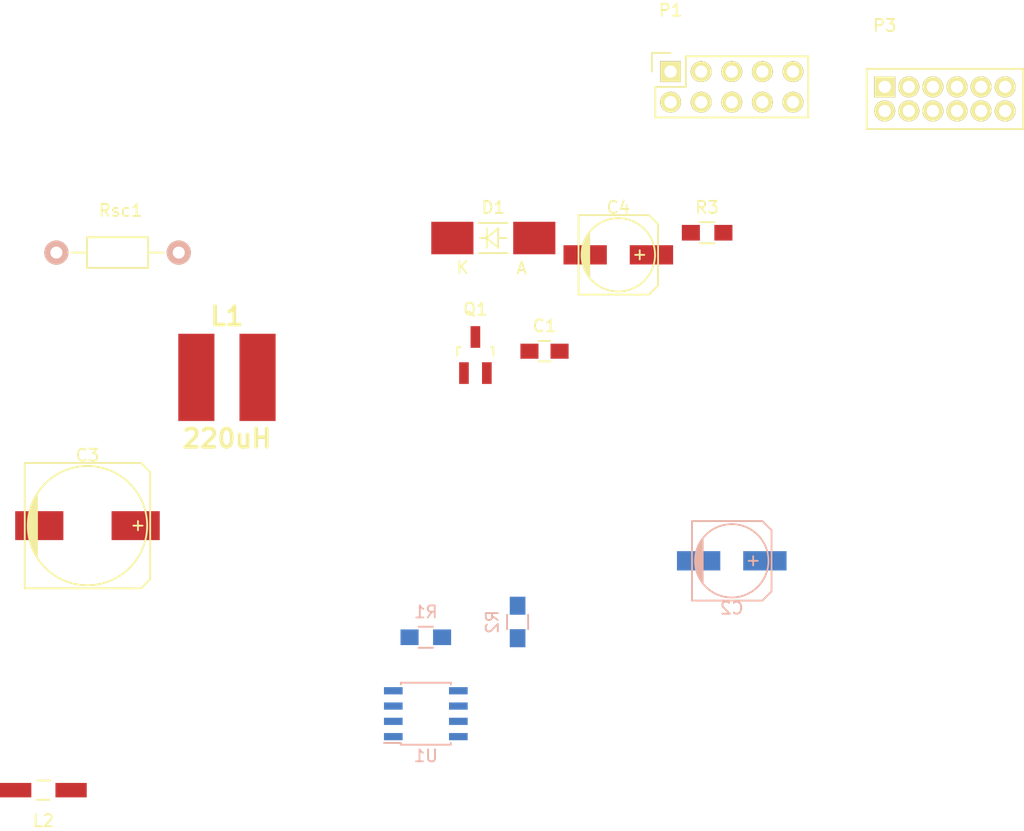
<source format=kicad_pcb>
(kicad_pcb (version 4) (host pcbnew "(2015-07-14 BZR 5938)-product")

  (general
    (links 29)
    (no_connects 29)
    (area 0 0 0 0)
    (thickness 1.6)
    (drawings 0)
    (tracks 0)
    (zones 0)
    (modules 15)
    (nets 11)
  )

  (page A4)
  (layers
    (0 F.Cu signal)
    (31 B.Cu signal)
    (32 B.Adhes user)
    (33 F.Adhes user)
    (34 B.Paste user)
    (35 F.Paste user)
    (36 B.SilkS user)
    (37 F.SilkS user)
    (38 B.Mask user)
    (39 F.Mask user)
    (40 Dwgs.User user)
    (41 Cmts.User user)
    (42 Eco1.User user)
    (43 Eco2.User user)
    (44 Edge.Cuts user)
    (45 Margin user)
    (46 B.CrtYd user)
    (47 F.CrtYd user)
    (48 B.Fab user)
    (49 F.Fab user)
  )

  (setup
    (last_trace_width 0.25)
    (trace_clearance 0.2)
    (zone_clearance 0.508)
    (zone_45_only no)
    (trace_min 0.2)
    (segment_width 0.2)
    (edge_width 0.1)
    (via_size 0.6)
    (via_drill 0.4)
    (via_min_size 0.4)
    (via_min_drill 0.3)
    (uvia_size 0.3)
    (uvia_drill 0.1)
    (uvias_allowed no)
    (uvia_min_size 0.2)
    (uvia_min_drill 0.1)
    (pcb_text_width 0.3)
    (pcb_text_size 1.5 1.5)
    (mod_edge_width 0.15)
    (mod_text_size 1 1)
    (mod_text_width 0.15)
    (pad_size 1.5 1.5)
    (pad_drill 0.6)
    (pad_to_mask_clearance 0)
    (aux_axis_origin 0 0)
    (visible_elements FFFFFF7F)
    (pcbplotparams
      (layerselection 0x00030_80000001)
      (usegerberextensions false)
      (excludeedgelayer true)
      (linewidth 0.100000)
      (plotframeref false)
      (viasonmask false)
      (mode 1)
      (useauxorigin false)
      (hpglpennumber 1)
      (hpglpenspeed 20)
      (hpglpendiameter 15)
      (hpglpenoverlay 2)
      (psnegative false)
      (psa4output false)
      (plotreference true)
      (plotvalue true)
      (plotinvisibletext false)
      (padsonsilk false)
      (subtractmaskfromsilk false)
      (outputformat 1)
      (mirror false)
      (drillshape 1)
      (scaleselection 1)
      (outputdirectory ""))
  )

  (net 0 "")
  (net 1 "Net-(C1-Pad1)")
  (net 2 GND)
  (net 3 +BATT)
  (net 4 "Net-(C3-Pad1)")
  (net 5 +3V3)
  (net 6 "Net-(D1-Pad1)")
  (net 7 /TX_OUT)
  (net 8 /TX_IN)
  (net 9 "Net-(R1-Pad1)")
  (net 10 "Net-(Rsc1-Pad2)")

  (net_class Default "This is the default net class."
    (clearance 0.2)
    (trace_width 0.25)
    (via_dia 0.6)
    (via_drill 0.4)
    (uvia_dia 0.3)
    (uvia_drill 0.1)
    (add_net +3V3)
    (add_net +BATT)
    (add_net /TX_IN)
    (add_net /TX_OUT)
    (add_net GND)
    (add_net "Net-(C1-Pad1)")
    (add_net "Net-(C3-Pad1)")
    (add_net "Net-(D1-Pad1)")
    (add_net "Net-(R1-Pad1)")
    (add_net "Net-(Rsc1-Pad2)")
  )

  (module Capacitors_SMD:C_0805_HandSoldering (layer F.Cu) (tedit 541A9B8D) (tstamp 55AAC343)
    (at 176.224524 85.455)
    (descr "Capacitor SMD 0805, hand soldering")
    (tags "capacitor 0805")
    (path /559E8F55)
    (attr smd)
    (fp_text reference C1 (at 0 -2.1) (layer F.SilkS)
      (effects (font (size 1 1) (thickness 0.15)))
    )
    (fp_text value 470pF (at 0 2.1) (layer F.Fab)
      (effects (font (size 1 1) (thickness 0.15)))
    )
    (fp_line (start -2.3 -1) (end 2.3 -1) (layer F.CrtYd) (width 0.05))
    (fp_line (start -2.3 1) (end 2.3 1) (layer F.CrtYd) (width 0.05))
    (fp_line (start -2.3 -1) (end -2.3 1) (layer F.CrtYd) (width 0.05))
    (fp_line (start 2.3 -1) (end 2.3 1) (layer F.CrtYd) (width 0.05))
    (fp_line (start 0.5 -0.85) (end -0.5 -0.85) (layer F.SilkS) (width 0.15))
    (fp_line (start -0.5 0.85) (end 0.5 0.85) (layer F.SilkS) (width 0.15))
    (pad 1 smd rect (at -1.25 0) (size 1.5 1.25) (layers F.Cu F.Paste F.Mask)
      (net 1 "Net-(C1-Pad1)"))
    (pad 2 smd rect (at 1.25 0) (size 1.5 1.25) (layers F.Cu F.Paste F.Mask)
      (net 2 GND))
    (model Capacitors_SMD.3dshapes/C_0805_HandSoldering.wrl
      (at (xyz 0 0 0))
      (scale (xyz 1 1 1))
      (rotate (xyz 0 0 0))
    )
  )

  (module Capacitors_SMD:c_elec_10x10.5 (layer F.Cu) (tedit 0) (tstamp 55AAC34F)
    (at 138.28075 99.947)
    (descr "SMT capacitor, aluminium electrolytic, 10x10.5")
    (path /559E91A2)
    (fp_text reference C3 (at 0 -5.842) (layer F.SilkS)
      (effects (font (size 1 1) (thickness 0.15)))
    )
    (fp_text value 470uF (at 0 5.842) (layer F.Fab)
      (effects (font (size 1 1) (thickness 0.15)))
    )
    (fp_line (start -4.826 1.016) (end -4.826 -1.016) (layer F.SilkS) (width 0.15))
    (fp_line (start -4.699 -1.397) (end -4.699 1.524) (layer F.SilkS) (width 0.15))
    (fp_line (start -4.572 1.778) (end -4.572 -1.778) (layer F.SilkS) (width 0.15))
    (fp_line (start -4.445 -2.159) (end -4.445 2.159) (layer F.SilkS) (width 0.15))
    (fp_line (start -4.318 2.413) (end -4.318 -2.413) (layer F.SilkS) (width 0.15))
    (fp_line (start -4.191 -2.54) (end -4.191 2.54) (layer F.SilkS) (width 0.15))
    (fp_circle (center 0 0) (end 4.953 0) (layer F.SilkS) (width 0.15))
    (fp_line (start -5.207 -5.207) (end -5.207 5.207) (layer F.SilkS) (width 0.15))
    (fp_line (start -5.207 5.207) (end 4.445 5.207) (layer F.SilkS) (width 0.15))
    (fp_line (start 4.445 5.207) (end 5.207 4.445) (layer F.SilkS) (width 0.15))
    (fp_line (start 5.207 4.445) (end 5.207 -4.445) (layer F.SilkS) (width 0.15))
    (fp_line (start 5.207 -4.445) (end 4.445 -5.207) (layer F.SilkS) (width 0.15))
    (fp_line (start 4.445 -5.207) (end -5.207 -5.207) (layer F.SilkS) (width 0.15))
    (fp_line (start 4.572 0) (end 3.81 0) (layer F.SilkS) (width 0.15))
    (fp_line (start 4.191 -0.381) (end 4.191 0.381) (layer F.SilkS) (width 0.15))
    (pad 1 smd rect (at 4.0005 0) (size 4.0005 2.4003) (layers F.Cu F.Paste F.Mask)
      (net 4 "Net-(C3-Pad1)"))
    (pad 2 smd rect (at -4.0005 0) (size 4.0005 2.4003) (layers F.Cu F.Paste F.Mask)
      (net 2 GND))
    (model Capacitors_SMD.3dshapes/c_elec_10x10.5.wrl
      (at (xyz 0 0 0))
      (scale (xyz 1 1 1))
      (rotate (xyz 0 0 0))
    )
  )

  (module Capacitors_SMD:c_elec_6.3x5.7 (layer F.Cu) (tedit 0) (tstamp 55AAC355)
    (at 182.35041 77.452)
    (descr "SMT capacitor, aluminium electrolytic, 6.3x5.7")
    (path /559EA0C0)
    (fp_text reference C4 (at 0 -3.937) (layer F.SilkS)
      (effects (font (size 1 1) (thickness 0.15)))
    )
    (fp_text value 100uF (at 0 3.81) (layer F.Fab)
      (effects (font (size 1 1) (thickness 0.15)))
    )
    (fp_line (start -2.921 -0.762) (end -2.921 0.762) (layer F.SilkS) (width 0.15))
    (fp_line (start -2.794 1.143) (end -2.794 -1.143) (layer F.SilkS) (width 0.15))
    (fp_line (start -2.667 -1.397) (end -2.667 1.397) (layer F.SilkS) (width 0.15))
    (fp_line (start -2.54 1.651) (end -2.54 -1.651) (layer F.SilkS) (width 0.15))
    (fp_line (start -2.413 -1.778) (end -2.413 1.778) (layer F.SilkS) (width 0.15))
    (fp_circle (center 0 0) (end -3.048 0) (layer F.SilkS) (width 0.15))
    (fp_line (start -3.302 -3.302) (end -3.302 3.302) (layer F.SilkS) (width 0.15))
    (fp_line (start -3.302 3.302) (end 2.54 3.302) (layer F.SilkS) (width 0.15))
    (fp_line (start 2.54 3.302) (end 3.302 2.54) (layer F.SilkS) (width 0.15))
    (fp_line (start 3.302 2.54) (end 3.302 -2.54) (layer F.SilkS) (width 0.15))
    (fp_line (start 3.302 -2.54) (end 2.54 -3.302) (layer F.SilkS) (width 0.15))
    (fp_line (start 2.54 -3.302) (end -3.302 -3.302) (layer F.SilkS) (width 0.15))
    (fp_line (start 2.159 0) (end 1.397 0) (layer F.SilkS) (width 0.15))
    (fp_line (start 1.778 -0.381) (end 1.778 0.381) (layer F.SilkS) (width 0.15))
    (pad 1 smd rect (at 2.75082 0) (size 3.59918 1.6002) (layers F.Cu F.Paste F.Mask)
      (net 5 +3V3))
    (pad 2 smd rect (at -2.75082 0) (size 3.59918 1.6002) (layers F.Cu F.Paste F.Mask)
      (net 2 GND))
    (model Capacitors_SMD.3dshapes/c_elec_6.3x5.7.wrl
      (at (xyz 0 0 0))
      (scale (xyz 1 1 1))
      (rotate (xyz 0 0 0))
    )
  )

  (module Diodes_SMD:Diode-MELF_Handsoldering (layer F.Cu) (tedit 552FE6B7) (tstamp 55AAC35B)
    (at 171.975001 76.055)
    (descr "Diode MELF Handsoldering")
    (tags "Diode MELF Handsoldering")
    (path /559E8CA1)
    (attr smd)
    (fp_text reference D1 (at 0 -2.54) (layer F.SilkS)
      (effects (font (size 1 1) (thickness 0.15)))
    )
    (fp_text value 1N5819 (at 0 3.81) (layer F.Fab)
      (effects (font (size 1 1) (thickness 0.15)))
    )
    (fp_line (start -5.4 -1.6) (end 5.4 -1.6) (layer F.CrtYd) (width 0.05))
    (fp_line (start 5.4 -1.6) (end 5.4 1.6) (layer F.CrtYd) (width 0.05))
    (fp_line (start 5.4 1.6) (end -5.4 1.6) (layer F.CrtYd) (width 0.05))
    (fp_line (start -5.4 1.6) (end -5.4 -1.6) (layer F.CrtYd) (width 0.05))
    (fp_line (start 0.39878 0) (end 1.09982 0) (layer F.SilkS) (width 0.15))
    (fp_line (start -0.55118 0) (end -1.09982 0) (layer F.SilkS) (width 0.15))
    (fp_line (start -0.55118 0) (end -0.55118 0.8001) (layer F.SilkS) (width 0.15))
    (fp_line (start -0.55118 0) (end -0.55118 -0.8001) (layer F.SilkS) (width 0.15))
    (fp_line (start -0.55118 0) (end 0.39878 -0.8001) (layer F.SilkS) (width 0.15))
    (fp_line (start 0.39878 -0.8001) (end 0.39878 0.8001) (layer F.SilkS) (width 0.15))
    (fp_line (start 0.39878 0.8001) (end -0.55118 0) (layer F.SilkS) (width 0.15))
    (fp_text user K (at -2.55 2.45) (layer F.SilkS)
      (effects (font (size 1 1) (thickness 0.15)))
    )
    (fp_text user A (at 2.35 2.5) (layer F.SilkS)
      (effects (font (size 1 1) (thickness 0.15)))
    )
    (fp_line (start -1.09982 -1.24968) (end -1.19888 -1.24968) (layer F.SilkS) (width 0.15))
    (fp_line (start -1.09982 1.24968) (end -1.19888 1.24968) (layer F.SilkS) (width 0.15))
    (fp_line (start 1.19888 -1.24968) (end -1.15062 -1.24968) (layer F.SilkS) (width 0.15))
    (fp_line (start 1.19888 1.24968) (end -1.04902 1.24968) (layer F.SilkS) (width 0.15))
    (pad 1 smd rect (at -3.40106 0) (size 3.50012 2.70002) (layers F.Cu F.Paste F.Mask)
      (net 6 "Net-(D1-Pad1)"))
    (pad 2 smd rect (at 3.40106 0) (size 3.50012 2.70002) (layers F.Cu F.Paste F.Mask)
      (net 2 GND))
    (model Diodes_SMD.3dshapes/Diode-MELF_Handsoldering.wrl
      (at (xyz 0 0 0))
      (scale (xyz 0.3937 0.3937 0.3937))
      (rotate (xyz 0 0 180))
    )
  )

  (module "DSMX Tx module adapter:SMT73" (layer F.Cu) (tedit 47B16F19) (tstamp 55AAC361)
    (at 149.86 87.63)
    (path /559E8E91)
    (fp_text reference L1 (at 0 -5.08) (layer F.SilkS)
      (effects (font (thickness 0.3048)))
    )
    (fp_text value 220uH (at 0 5.08) (layer F.SilkS)
      (effects (font (thickness 0.3048)))
    )
    (pad 1 smd rect (at -2.54 0) (size 2.99974 7.24916) (layers F.Cu F.Paste F.Mask)
      (net 6 "Net-(D1-Pad1)"))
    (pad 2 smd rect (at 2.54 0) (size 2.99974 7.24916) (layers F.Cu F.Paste F.Mask)
      (net 4 "Net-(C3-Pad1)"))
    (model LR/SMT75.wrl
      (at (xyz 0 0 0))
      (scale (xyz 1 1 1))
      (rotate (xyz 0 0 0))
    )
  )

  (module Socket_Strips:Socket_Strip_Straight_2x05 (layer F.Cu) (tedit 0) (tstamp 55AAC375)
    (at 186.69 62.23)
    (descr "Through hole socket strip")
    (tags "socket strip")
    (path /55A64D8F)
    (fp_text reference P1 (at 0 -5.1) (layer F.SilkS)
      (effects (font (size 1 1) (thickness 0.15)))
    )
    (fp_text value CONN_02X05 (at 0 -3.1) (layer F.Fab)
      (effects (font (size 1 1) (thickness 0.15)))
    )
    (fp_line (start -1.75 -1.75) (end -1.75 4.3) (layer F.CrtYd) (width 0.05))
    (fp_line (start 11.95 -1.75) (end 11.95 4.3) (layer F.CrtYd) (width 0.05))
    (fp_line (start -1.75 -1.75) (end 11.95 -1.75) (layer F.CrtYd) (width 0.05))
    (fp_line (start -1.75 4.3) (end 11.95 4.3) (layer F.CrtYd) (width 0.05))
    (fp_line (start -1.27 3.81) (end 11.43 3.81) (layer F.SilkS) (width 0.15))
    (fp_line (start 11.43 3.81) (end 11.43 -1.27) (layer F.SilkS) (width 0.15))
    (fp_line (start 11.43 -1.27) (end 1.27 -1.27) (layer F.SilkS) (width 0.15))
    (fp_line (start -1.27 3.81) (end -1.27 1.27) (layer F.SilkS) (width 0.15))
    (fp_line (start 0 -1.55) (end -1.55 -1.55) (layer F.SilkS) (width 0.15))
    (fp_line (start -1.27 1.27) (end 1.27 1.27) (layer F.SilkS) (width 0.15))
    (fp_line (start 1.27 1.27) (end 1.27 -1.27) (layer F.SilkS) (width 0.15))
    (fp_line (start -1.55 -1.55) (end -1.55 0) (layer F.SilkS) (width 0.15))
    (pad 1 thru_hole rect (at 0 0) (size 1.7272 1.7272) (drill 1.016) (layers *.Cu *.Mask F.SilkS)
      (net 7 /TX_OUT))
    (pad 2 thru_hole oval (at 0 2.54) (size 1.7272 1.7272) (drill 1.016) (layers *.Cu *.Mask F.SilkS))
    (pad 3 thru_hole oval (at 2.54 0) (size 1.7272 1.7272) (drill 1.016) (layers *.Cu *.Mask F.SilkS))
    (pad 4 thru_hole oval (at 2.54 2.54) (size 1.7272 1.7272) (drill 1.016) (layers *.Cu *.Mask F.SilkS))
    (pad 5 thru_hole oval (at 5.08 0) (size 1.7272 1.7272) (drill 1.016) (layers *.Cu *.Mask F.SilkS)
      (net 3 +BATT))
    (pad 6 thru_hole oval (at 5.08 2.54) (size 1.7272 1.7272) (drill 1.016) (layers *.Cu *.Mask F.SilkS))
    (pad 7 thru_hole oval (at 7.62 0) (size 1.7272 1.7272) (drill 1.016) (layers *.Cu *.Mask F.SilkS)
      (net 2 GND))
    (pad 8 thru_hole oval (at 7.62 2.54) (size 1.7272 1.7272) (drill 1.016) (layers *.Cu *.Mask F.SilkS))
    (pad 9 thru_hole oval (at 10.16 0) (size 1.7272 1.7272) (drill 1.016) (layers *.Cu *.Mask F.SilkS))
    (pad 10 thru_hole oval (at 10.16 2.54) (size 1.7272 1.7272) (drill 1.016) (layers *.Cu *.Mask F.SilkS))
    (model Socket_Strips.3dshapes/Socket_Strip_Straight_2x05.wrl
      (at (xyz 0.2 -0.05 0))
      (scale (xyz 1 1 1))
      (rotate (xyz 0 0 180))
    )
  )

  (module "DSMX Tx module adapter:Socket_Strip_Straight_2x06_pitch2mm" (layer F.Cu) (tedit 55AAC1DA) (tstamp 55AAC389)
    (at 204.47 63.5)
    (descr "Through hole socket strip")
    (tags "socket strip")
    (path /559EAA41)
    (fp_text reference P3 (at 0 -5.1) (layer F.SilkS)
      (effects (font (size 1 1) (thickness 0.15)))
    )
    (fp_text value CONN_02X06 (at 0 -3.1) (layer F.Fab)
      (effects (font (size 1 1) (thickness 0.15)))
    )
    (fp_line (start -1.5 -1.5) (end 11.5 -1.5) (layer F.SilkS) (width 0.15))
    (fp_line (start 11.5 -1.5) (end 11.5 3.5) (layer F.SilkS) (width 0.15))
    (fp_line (start 11.5 3.5) (end -1.5 3.5) (layer F.SilkS) (width 0.15))
    (fp_line (start -1.5 3.5) (end -1.5 -1.5) (layer F.SilkS) (width 0.15))
    (pad 1 thru_hole rect (at 0 0) (size 1.7272 1.7272) (drill 1.016) (layers *.Cu *.Mask F.SilkS)
      (net 2 GND))
    (pad 2 thru_hole oval (at 0 2) (size 1.7272 1.7272) (drill 1.016) (layers *.Cu *.Mask F.SilkS))
    (pad 3 thru_hole oval (at 2 0) (size 1.7272 1.7272) (drill 1.016) (layers *.Cu *.Mask F.SilkS)
      (net 5 +3V3))
    (pad 4 thru_hole oval (at 2 2) (size 1.7272 1.7272) (drill 1.016) (layers *.Cu *.Mask F.SilkS))
    (pad 5 thru_hole oval (at 4 0) (size 1.7272 1.7272) (drill 1.016) (layers *.Cu *.Mask F.SilkS))
    (pad 6 thru_hole oval (at 4 2) (size 1.7272 1.7272) (drill 1.016) (layers *.Cu *.Mask F.SilkS))
    (pad 7 thru_hole oval (at 6 0) (size 1.7272 1.7272) (drill 1.016) (layers *.Cu *.Mask F.SilkS))
    (pad 8 thru_hole oval (at 6 2) (size 1.7272 1.7272) (drill 1.016) (layers *.Cu *.Mask F.SilkS))
    (pad 9 thru_hole oval (at 8 0) (size 1.7272 1.7272) (drill 1.016) (layers *.Cu *.Mask F.SilkS))
    (pad 10 thru_hole oval (at 8 2) (size 1.7272 1.7272) (drill 1.016) (layers *.Cu *.Mask F.SilkS))
    (pad 11 thru_hole oval (at 10 0) (size 1.7272 1.7272) (drill 1.016) (layers *.Cu *.Mask F.SilkS)
      (net 8 /TX_IN))
    (pad 12 thru_hole oval (at 10 2) (size 1.7272 1.7272) (drill 1.016) (layers *.Cu *.Mask F.SilkS))
    (model Socket_Strips.3dshapes/Socket_Strip_Straight_2x06.wrl
      (at (xyz 0.25 -0.05 0))
      (scale (xyz 1 1 1))
      (rotate (xyz 0 0 180))
    )
  )

  (module Housings_SOT-23_SOT-143_TSOT-6:SOT-23_Handsoldering (layer F.Cu) (tedit 54E9291B) (tstamp 55AAC390)
    (at 170.485952 85.775)
    (descr "SOT-23, Handsoldering")
    (tags SOT-23)
    (path /55A6130A)
    (attr smd)
    (fp_text reference Q1 (at 0 -3.81) (layer F.SilkS)
      (effects (font (size 1 1) (thickness 0.15)))
    )
    (fp_text value BSS138 (at 0 3.81) (layer F.Fab)
      (effects (font (size 1 1) (thickness 0.15)))
    )
    (fp_line (start -1.49982 0.0508) (end -1.49982 -0.65024) (layer F.SilkS) (width 0.15))
    (fp_line (start -1.49982 -0.65024) (end -1.2509 -0.65024) (layer F.SilkS) (width 0.15))
    (fp_line (start 1.29916 -0.65024) (end 1.49982 -0.65024) (layer F.SilkS) (width 0.15))
    (fp_line (start 1.49982 -0.65024) (end 1.49982 0.0508) (layer F.SilkS) (width 0.15))
    (pad 1 smd rect (at -0.95 1.50114) (size 0.8001 1.80086) (layers F.Cu F.Paste F.Mask)
      (net 8 /TX_IN))
    (pad 2 smd rect (at 0.95 1.50114) (size 0.8001 1.80086) (layers F.Cu F.Paste F.Mask)
      (net 5 +3V3))
    (pad 3 smd rect (at 0 -1.50114) (size 0.8001 1.80086) (layers F.Cu F.Paste F.Mask)
      (net 7 /TX_OUT))
    (model Housings_SOT-23_SOT-143_TSOT-6.3dshapes/SOT-23_Handsoldering.wrl
      (at (xyz 0 0 0))
      (scale (xyz 1 1 1))
      (rotate (xyz 0 0 0))
    )
  )

  (module Resistors_SMD:R_0805_HandSoldering (layer B.Cu) (tedit 54189DEE) (tstamp 55AAC396)
    (at 166.37 109.22 180)
    (descr "Resistor SMD 0805, hand soldering")
    (tags "resistor 0805")
    (path /559E97F5)
    (attr smd)
    (fp_text reference R1 (at 0 2.1 180) (layer B.SilkS)
      (effects (font (size 1 1) (thickness 0.15)) (justify mirror))
    )
    (fp_text value 11k (at 0 -2.1 180) (layer B.Fab)
      (effects (font (size 1 1) (thickness 0.15)) (justify mirror))
    )
    (fp_line (start -2.4 1) (end 2.4 1) (layer B.CrtYd) (width 0.05))
    (fp_line (start -2.4 -1) (end 2.4 -1) (layer B.CrtYd) (width 0.05))
    (fp_line (start -2.4 1) (end -2.4 -1) (layer B.CrtYd) (width 0.05))
    (fp_line (start 2.4 1) (end 2.4 -1) (layer B.CrtYd) (width 0.05))
    (fp_line (start 0.6 -0.875) (end -0.6 -0.875) (layer B.SilkS) (width 0.15))
    (fp_line (start -0.6 0.875) (end 0.6 0.875) (layer B.SilkS) (width 0.15))
    (pad 1 smd rect (at -1.35 0 180) (size 1.5 1.3) (layers B.Cu B.Paste B.Mask)
      (net 9 "Net-(R1-Pad1)"))
    (pad 2 smd rect (at 1.35 0 180) (size 1.5 1.3) (layers B.Cu B.Paste B.Mask)
      (net 2 GND))
    (model Resistors_SMD.3dshapes/R_0805_HandSoldering.wrl
      (at (xyz 0 0 0))
      (scale (xyz 1 1 1))
      (rotate (xyz 0 0 0))
    )
  )

  (module Resistors_SMD:R_0805_HandSoldering (layer B.Cu) (tedit 54189DEE) (tstamp 55AAC39C)
    (at 173.99 107.95 270)
    (descr "Resistor SMD 0805, hand soldering")
    (tags "resistor 0805")
    (path /559E98CD)
    (attr smd)
    (fp_text reference R2 (at 0 2.1 270) (layer B.SilkS)
      (effects (font (size 1 1) (thickness 0.15)) (justify mirror))
    )
    (fp_text value 18k (at 0 -2.1 270) (layer B.Fab)
      (effects (font (size 1 1) (thickness 0.15)) (justify mirror))
    )
    (fp_line (start -2.4 1) (end 2.4 1) (layer B.CrtYd) (width 0.05))
    (fp_line (start -2.4 -1) (end 2.4 -1) (layer B.CrtYd) (width 0.05))
    (fp_line (start -2.4 1) (end -2.4 -1) (layer B.CrtYd) (width 0.05))
    (fp_line (start 2.4 1) (end 2.4 -1) (layer B.CrtYd) (width 0.05))
    (fp_line (start 0.6 -0.875) (end -0.6 -0.875) (layer B.SilkS) (width 0.15))
    (fp_line (start -0.6 0.875) (end 0.6 0.875) (layer B.SilkS) (width 0.15))
    (pad 1 smd rect (at -1.35 0 270) (size 1.5 1.3) (layers B.Cu B.Paste B.Mask)
      (net 4 "Net-(C3-Pad1)"))
    (pad 2 smd rect (at 1.35 0 270) (size 1.5 1.3) (layers B.Cu B.Paste B.Mask)
      (net 9 "Net-(R1-Pad1)"))
    (model Resistors_SMD.3dshapes/R_0805_HandSoldering.wrl
      (at (xyz 0 0 0))
      (scale (xyz 1 1 1))
      (rotate (xyz 0 0 0))
    )
  )

  (module Resistors_SMD:R_0805_HandSoldering (layer F.Cu) (tedit 54189DEE) (tstamp 55AAC3A2)
    (at 189.725001 75.615)
    (descr "Resistor SMD 0805, hand soldering")
    (tags "resistor 0805")
    (path /55A61B48)
    (attr smd)
    (fp_text reference R3 (at 0 -2.1) (layer F.SilkS)
      (effects (font (size 1 1) (thickness 0.15)))
    )
    (fp_text value 10k (at 0 2.1) (layer F.Fab)
      (effects (font (size 1 1) (thickness 0.15)))
    )
    (fp_line (start -2.4 -1) (end 2.4 -1) (layer F.CrtYd) (width 0.05))
    (fp_line (start -2.4 1) (end 2.4 1) (layer F.CrtYd) (width 0.05))
    (fp_line (start -2.4 -1) (end -2.4 1) (layer F.CrtYd) (width 0.05))
    (fp_line (start 2.4 -1) (end 2.4 1) (layer F.CrtYd) (width 0.05))
    (fp_line (start 0.6 0.875) (end -0.6 0.875) (layer F.SilkS) (width 0.15))
    (fp_line (start -0.6 -0.875) (end 0.6 -0.875) (layer F.SilkS) (width 0.15))
    (pad 1 smd rect (at -1.35 0) (size 1.5 1.3) (layers F.Cu F.Paste F.Mask)
      (net 5 +3V3))
    (pad 2 smd rect (at 1.35 0) (size 1.5 1.3) (layers F.Cu F.Paste F.Mask)
      (net 8 /TX_IN))
    (model Resistors_SMD.3dshapes/R_0805_HandSoldering.wrl
      (at (xyz 0 0 0))
      (scale (xyz 1 1 1))
      (rotate (xyz 0 0 0))
    )
  )

  (module Housings_SOIC:SOIC-8_3.9x4.9mm_Pitch1.27mm (layer B.Cu) (tedit 54130A77) (tstamp 55AAC3B4)
    (at 166.37 115.57)
    (descr "8-Lead Plastic Small Outline (SN) - Narrow, 3.90 mm Body [SOIC] (see Microchip Packaging Specification 00000049BS.pdf)")
    (tags "SOIC 1.27")
    (path /559E785E)
    (attr smd)
    (fp_text reference U1 (at 0 3.5) (layer B.SilkS)
      (effects (font (size 1 1) (thickness 0.15)) (justify mirror))
    )
    (fp_text value MC34063 (at 0 -3.5) (layer B.Fab)
      (effects (font (size 1 1) (thickness 0.15)) (justify mirror))
    )
    (fp_line (start -3.75 2.75) (end -3.75 -2.75) (layer B.CrtYd) (width 0.05))
    (fp_line (start 3.75 2.75) (end 3.75 -2.75) (layer B.CrtYd) (width 0.05))
    (fp_line (start -3.75 2.75) (end 3.75 2.75) (layer B.CrtYd) (width 0.05))
    (fp_line (start -3.75 -2.75) (end 3.75 -2.75) (layer B.CrtYd) (width 0.05))
    (fp_line (start -2.075 2.575) (end -2.075 2.43) (layer B.SilkS) (width 0.15))
    (fp_line (start 2.075 2.575) (end 2.075 2.43) (layer B.SilkS) (width 0.15))
    (fp_line (start 2.075 -2.575) (end 2.075 -2.43) (layer B.SilkS) (width 0.15))
    (fp_line (start -2.075 -2.575) (end -2.075 -2.43) (layer B.SilkS) (width 0.15))
    (fp_line (start -2.075 2.575) (end 2.075 2.575) (layer B.SilkS) (width 0.15))
    (fp_line (start -2.075 -2.575) (end 2.075 -2.575) (layer B.SilkS) (width 0.15))
    (fp_line (start -2.075 2.43) (end -3.475 2.43) (layer B.SilkS) (width 0.15))
    (pad 1 smd rect (at -2.7 1.905) (size 1.55 0.6) (layers B.Cu B.Paste B.Mask)
      (net 10 "Net-(Rsc1-Pad2)"))
    (pad 2 smd rect (at -2.7 0.635) (size 1.55 0.6) (layers B.Cu B.Paste B.Mask)
      (net 6 "Net-(D1-Pad1)"))
    (pad 3 smd rect (at -2.7 -0.635) (size 1.55 0.6) (layers B.Cu B.Paste B.Mask)
      (net 1 "Net-(C1-Pad1)"))
    (pad 4 smd rect (at -2.7 -1.905) (size 1.55 0.6) (layers B.Cu B.Paste B.Mask)
      (net 2 GND))
    (pad 5 smd rect (at 2.7 -1.905) (size 1.55 0.6) (layers B.Cu B.Paste B.Mask)
      (net 9 "Net-(R1-Pad1)"))
    (pad 6 smd rect (at 2.7 -0.635) (size 1.55 0.6) (layers B.Cu B.Paste B.Mask)
      (net 3 +BATT))
    (pad 7 smd rect (at 2.7 0.635) (size 1.55 0.6) (layers B.Cu B.Paste B.Mask)
      (net 10 "Net-(Rsc1-Pad2)"))
    (pad 8 smd rect (at 2.7 1.905) (size 1.55 0.6) (layers B.Cu B.Paste B.Mask)
      (net 10 "Net-(Rsc1-Pad2)"))
    (model Housings_SOIC.3dshapes/SOIC-8_3.9x4.9mm_Pitch1.27mm.wrl
      (at (xyz 0 0 0))
      (scale (xyz 1 1 1))
      (rotate (xyz 0 0 0))
    )
  )

  (module Capacitors_SMD:c_elec_6.3x7.7 (layer B.Cu) (tedit 0) (tstamp 55ABF07F)
    (at 191.77 102.87)
    (descr "SMT capacitor, aluminium electrolytic, 6.3x7.7")
    (path /559E8742)
    (fp_text reference C2 (at 0 3.937) (layer B.SilkS)
      (effects (font (size 1 1) (thickness 0.15)) (justify mirror))
    )
    (fp_text value 100uF (at 0 -3.81) (layer B.Fab)
      (effects (font (size 1 1) (thickness 0.15)) (justify mirror))
    )
    (fp_line (start -2.921 0.762) (end -2.921 -0.762) (layer B.SilkS) (width 0.15))
    (fp_line (start -2.794 -1.143) (end -2.794 1.143) (layer B.SilkS) (width 0.15))
    (fp_line (start -2.667 1.397) (end -2.667 -1.397) (layer B.SilkS) (width 0.15))
    (fp_line (start -2.54 -1.651) (end -2.54 1.651) (layer B.SilkS) (width 0.15))
    (fp_line (start -2.413 1.778) (end -2.413 -1.778) (layer B.SilkS) (width 0.15))
    (fp_circle (center 0 0) (end -3.048 0) (layer B.SilkS) (width 0.15))
    (fp_line (start -3.302 3.302) (end -3.302 -3.302) (layer B.SilkS) (width 0.15))
    (fp_line (start -3.302 -3.302) (end 2.54 -3.302) (layer B.SilkS) (width 0.15))
    (fp_line (start 2.54 -3.302) (end 3.302 -2.54) (layer B.SilkS) (width 0.15))
    (fp_line (start 3.302 -2.54) (end 3.302 2.54) (layer B.SilkS) (width 0.15))
    (fp_line (start 3.302 2.54) (end 2.54 3.302) (layer B.SilkS) (width 0.15))
    (fp_line (start 2.54 3.302) (end -3.302 3.302) (layer B.SilkS) (width 0.15))
    (fp_line (start 2.159 0) (end 1.397 0) (layer B.SilkS) (width 0.15))
    (fp_line (start 1.778 0.381) (end 1.778 -0.381) (layer B.SilkS) (width 0.15))
    (pad 1 smd rect (at 2.75082 0) (size 3.59918 1.6002) (layers B.Cu B.Paste B.Mask)
      (net 3 +BATT))
    (pad 2 smd rect (at -2.75082 0) (size 3.59918 1.6002) (layers B.Cu B.Paste B.Mask)
      (net 2 GND))
    (model Capacitors_SMD.3dshapes/c_elec_6.3x7.7.wrl
      (at (xyz 0 0 0))
      (scale (xyz 1 1 1))
      (rotate (xyz 0 0 0))
    )
  )

  (module Resistors_ThroughHole:Resistor_Horizontal_RM10mm (layer F.Cu) (tedit 53F56209) (tstamp 55ABF089)
    (at 140.77949 77.26404)
    (descr "Resistor, Axial,  RM 10mm, 1/3W,")
    (tags "Resistor, Axial, RM 10mm, 1/3W,")
    (path /559E7ABF)
    (fp_text reference Rsc1 (at 0.24892 -3.50012) (layer F.SilkS)
      (effects (font (size 1 1) (thickness 0.15)))
    )
    (fp_text value 0.3R (at 3.81 3.81) (layer F.Fab)
      (effects (font (size 1 1) (thickness 0.15)))
    )
    (fp_line (start -2.54 -1.27) (end 2.54 -1.27) (layer F.SilkS) (width 0.15))
    (fp_line (start 2.54 -1.27) (end 2.54 1.27) (layer F.SilkS) (width 0.15))
    (fp_line (start 2.54 1.27) (end -2.54 1.27) (layer F.SilkS) (width 0.15))
    (fp_line (start -2.54 1.27) (end -2.54 -1.27) (layer F.SilkS) (width 0.15))
    (fp_line (start -2.54 0) (end -3.81 0) (layer F.SilkS) (width 0.15))
    (fp_line (start 2.54 0) (end 3.81 0) (layer F.SilkS) (width 0.15))
    (pad 1 thru_hole circle (at -5.08 0) (size 1.99898 1.99898) (drill 1.00076) (layers *.Cu *.SilkS *.Mask)
      (net 3 +BATT))
    (pad 2 thru_hole circle (at 5.08 0) (size 1.99898 1.99898) (drill 1.00076) (layers *.Cu *.SilkS *.Mask)
      (net 10 "Net-(Rsc1-Pad2)"))
    (model Resistors_ThroughHole.3dshapes/Resistor_Horizontal_RM10mm.wrl
      (at (xyz 0 0 0))
      (scale (xyz 0.4 0.4 0.4))
      (rotate (xyz 0 0 0))
    )
  )

  (module Choke_SMD:Choke_SMD_1206_Handsoldering (layer F.Cu) (tedit 0) (tstamp 55ABF0A8)
    (at 134.62 121.92 180)
    (descr "Choke, Drossel, SMD, 1206, Handsoldering,")
    (tags "Choke, Drossel, SMD, 1206, Handsoldering,")
    (path /559E9FF8)
    (attr smd)
    (fp_text reference L2 (at 0 -2.54 180) (layer F.SilkS)
      (effects (font (size 1 1) (thickness 0.15)))
    )
    (fp_text value 1uH (at 0 2.54 180) (layer F.Fab)
      (effects (font (size 1 1) (thickness 0.15)))
    )
    (fp_line (start -0.55118 0.8001) (end 0.50038 0.8001) (layer F.SilkS) (width 0.15))
    (fp_line (start 0.55118 -0.8001) (end -0.50038 -0.8001) (layer F.SilkS) (width 0.15))
    (pad 1 smd rect (at -2.30124 0 180) (size 2.59842 1.19888) (layers F.Cu F.Paste F.Mask)
      (net 4 "Net-(C3-Pad1)"))
    (pad 2 smd rect (at 2.30124 0 180) (size 2.60096 1.19888) (layers F.Cu F.Paste F.Mask)
      (net 5 +3V3))
  )

)

</source>
